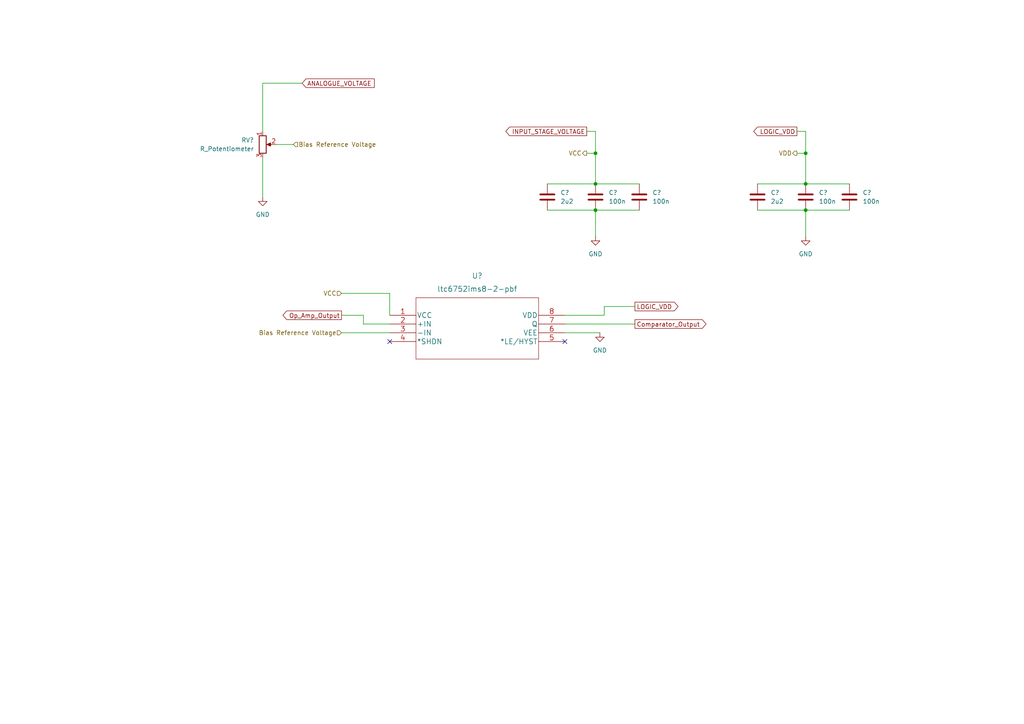
<source format=kicad_sch>
(kicad_sch (version 20211123) (generator eeschema)
  (paper "A4")
  (lib_symbols
    (symbol "Comparator:ltc6752ims8-2-pbf" (pin_names (offset 0.254))
      (property "Reference" "U" (at 25.4 10.16 0))
      (property "Value" "ltc6752ims8-2-pbf" (at 25.4 7.62 0))
      (symbol "ltc6752ims8-2-pbf_1_1"
        (polyline (pts (xy 7.62 -12.7) (xy 43.18 -12.7)) (stroke (width 0.127)))
        (polyline (pts (xy 7.62 5.08) (xy 7.62 -12.7)) (stroke (width 0.127)))
        (polyline (pts (xy 43.18 -12.7) (xy 43.18 5.08)) (stroke (width 0.127)))
        (polyline (pts (xy 43.18 5.08) (xy 7.62 5.08)) (stroke (width 0.127)))
        (pin power_in line (at 0 0 0) (length 7.62) (name "VCC") (number "1"))
        (pin input line (at 0 -2.54 0) (length 7.62) (name "+IN") (number "2"))
        (pin input line (at 0 -5.08 0) (length 7.62) (name "-IN") (number "3"))
        (pin unspecified line (at 0 -7.62 0) (length 7.62) (name "*SHDN") (number "4"))
        (pin unspecified line (at 50.8 -7.62 180) (length 7.62) (name "*LE/HYST") (number "5"))
        (pin power_in line (at 50.8 -5.08 180) (length 7.62) (name "VEE") (number "6"))
        (pin output line (at 50.8 -2.54 180) (length 7.62) (name "Q") (number "7"))
        (pin power_in line (at 50.8 0 180) (length 7.62) (name "VDD") (number "8"))
      )
    )
    (symbol "Device:C" (pin_numbers hide) (pin_names (offset 0.254))
      (property "Reference" "C" (at 0.635 2.54 0))
      (property "Value" "C" (at 0.635 -2.54 0))
      (symbol "C_0_1"
        (polyline (pts (xy -2.032 -0.762) (xy 2.032 -0.762)) (stroke (width 0.508)))
        (polyline (pts (xy -2.032 0.762) (xy 2.032 0.762)) (stroke (width 0.508)))
      )
      (symbol "C_1_1"
        (pin passive line (at 0 3.81 270) (length 2.794) (name "~") (number "1"))
        (pin passive line (at 0 -3.81 90) (length 2.794) (name "~") (number "2"))
      )
    )
    (symbol "Device:R_Potentiometer" (pin_names (offset 1.016) hide)
      (property "Reference" "RV" (at -4.445 0 90))
      (property "Value" "R_Potentiometer" (at -2.54 0 90))
      (symbol "R_Potentiometer_0_1"
        (polyline (pts (xy 2.54 0) (xy 1.524 0)))
        (polyline (pts (xy 1.143 0) (xy 2.286 0.508) (xy 2.286 -0.508) (xy 1.143 0)) (fill (type outline)))
        (rectangle (start 1.016 2.54) (end -1.016 -2.54) (stroke (width 0.254)))
      )
      (symbol "R_Potentiometer_1_1"
        (pin passive line (at 0 3.81 270) (length 1.27) (name "1") (number "1"))
        (pin passive line (at 3.81 0 180) (length 1.27) (name "2") (number "2"))
        (pin passive line (at 0 -3.81 90) (length 1.27) (name "3") (number "3"))
      )
    )
    (symbol "power:GND" (power) (pin_names (offset 0))
      (property "Value" "GND" (at 0 -3.81 0))
      (symbol "GND_0_1"
        (polyline (pts (xy 0 0) (xy 0 -1.27) (xy 1.27 -1.27) (xy 0 -2.54) (xy -1.27 -1.27) (xy 0 -1.27)))
      )
      (symbol "GND_1_1"
        (pin power_in line (at 0 0 270) (length 0) hide (name "GND") (number "1"))
      )
    )
  )
  (junction (at 172.72 53.34))
  (junction (at 172.72 44.45))
  (junction (at 233.68 53.34))
  (junction (at 233.68 60.96))
  (junction (at 172.72 60.96))
  (junction (at 233.68 44.45))
  (no_connect (at 113.03 99.06))
  (no_connect (at 163.83 99.06))
  (wire (pts (xy 233.68 60.96) (xy 246.38 60.96)))
  (wire (pts (xy 172.72 44.45) (xy 172.72 53.34)))
  (wire (pts (xy 170.18 38.1) (xy 172.72 38.1)))
  (wire (pts (xy 76.2 45.72) (xy 76.2 57.15)))
  (wire (pts (xy 233.68 60.96) (xy 233.68 68.58)))
  (wire (pts (xy 170.18 44.45) (xy 172.72 44.45)))
  (wire (pts (xy 172.72 38.1) (xy 172.72 44.45)))
  (wire (pts (xy 76.2 24.13) (xy 76.2 38.1)))
  (wire (pts (xy 231.14 38.1) (xy 233.68 38.1)))
  (wire (pts (xy 163.83 96.52) (xy 173.99 96.52)))
  (wire (pts (xy 175.26 88.9) (xy 184.15 88.9)))
  (wire (pts (xy 105.41 91.44) (xy 99.06 91.44)))
  (wire (pts (xy 87.63 24.13) (xy 76.2 24.13)))
  (wire (pts (xy 158.75 53.34) (xy 172.72 53.34)))
  (wire (pts (xy 113.03 93.98) (xy 105.41 93.98)))
  (wire (pts (xy 99.06 96.52) (xy 113.03 96.52)))
  (wire (pts (xy 233.68 38.1) (xy 233.68 44.45)))
  (wire (pts (xy 219.71 60.96) (xy 233.68 60.96)))
  (wire (pts (xy 172.72 60.96) (xy 172.72 68.58)))
  (wire (pts (xy 163.83 91.44) (xy 175.26 91.44)))
  (wire (pts (xy 163.83 93.98) (xy 184.15 93.98)))
  (wire (pts (xy 175.26 91.44) (xy 175.26 88.9)))
  (wire (pts (xy 99.06 85.09) (xy 113.03 85.09)))
  (wire (pts (xy 172.72 53.34) (xy 185.42 53.34)))
  (wire (pts (xy 233.68 44.45) (xy 233.68 53.34)))
  (wire (pts (xy 105.41 93.98) (xy 105.41 91.44)))
  (wire (pts (xy 113.03 91.44) (xy 113.03 85.09)))
  (wire (pts (xy 172.72 60.96) (xy 185.42 60.96)))
  (wire (pts (xy 85.09 41.91) (xy 80.01 41.91)))
  (wire (pts (xy 231.14 44.45) (xy 233.68 44.45)))
  (wire (pts (xy 233.68 53.34) (xy 246.38 53.34)))
  (wire (pts (xy 158.75 60.96) (xy 172.72 60.96)))
  (wire (pts (xy 219.71 53.34) (xy 233.68 53.34)))
  (global_label "Op_Amp_Output" (shape output) (at 99.06 91.44 180) (property "Intersheet References" "${INTERSHEET_REFS}" (effects hide)))
  (global_label "INPUT_STAGE_VOLTAGE" (shape output) (at 170.18 38.1 180) (property "Intersheet References" "${INTERSHEET_REFS}" (effects hide)))
  (global_label "LOGIC_VDD" (shape output) (at 184.15 88.9 0) (property "Intersheet References" "${INTERSHEET_REFS}" (effects hide)))
  (global_label "Comparator_Output" (shape output) (at 184.15 93.98 0) (property "Intersheet References" "${INTERSHEET_REFS}" (effects hide)))
  (global_label "ANALOGUE_VOLTAGE" (shape input) (at 87.63 24.13 0) (property "Intersheet References" "${INTERSHEET_REFS}" (effects hide)))
  (global_label "LOGIC_VDD" (shape output) (at 231.14 38.1 180) (property "Intersheet References" "${INTERSHEET_REFS}" (effects hide)))
  (hierarchical_label "Bias Reference Voltage" (shape input) (at 99.06 96.52 180))
  (hierarchical_label "VCC" (shape input) (at 99.06 85.09 180))
  (hierarchical_label "Bias Reference Voltage" (shape input) (at 85.09 41.91 0))
  (hierarchical_label "VDD" (shape output) (at 231.14 44.45 180))
  (hierarchical_label "VCC" (shape output) (at 170.18 44.45 180))
  (symbol (lib_id "power:GND") (at 76.2 57.15 0) (unit 1)
    (property "Reference" "#PWR?" (effects hide))
    (property "Value" "GND" (at 76.2 62.23 0))
  )
  (symbol (lib_id "power:GND") (at 173.99 96.52 0) (unit 1)
    (property "Reference" "#PWR?" (effects hide))
    (property "Value" "GND" (at 173.99 101.6 0))
  )
  (symbol (lib_id "power:GND") (at 172.72 68.58 0) (unit 1)
    (property "Reference" "#PWR?" (effects hide))
    (property "Value" "GND" (at 172.72 73.66 0))
  )
  (symbol (lib_id "Device:C") (at 158.75 57.15 0) (unit 1)
    (property "Reference" "C?" (at 162.56 55.8799 0) (effects (justify left)))
    (property "Value" "2u2" (at 162.56 58.4199 0) (effects (justify left)))
  )
  (symbol (lib_id "Comparator:ltc6752ims8-2-pbf") (at 113.03 91.44 0) (unit 1)
    (property "Reference" "U?" (at 138.43 80.01 0) (effects (font (size 1.524 1.524))))
    (property "Value" "ltc6752ims8-2-pbf" (at 138.43 83.82 0) (effects (font (size 1.524 1.524))))
    (property "Footprint" "MSOP-8_MS" (effects hide))
  )
  (symbol (lib_id "Device:R_Potentiometer") (at 76.2 41.91 0) (unit 1)
    (property "Reference" "RV?" (at 73.66 40.6399 0) (effects (justify right)))
    (property "Value" "R_Potentiometer" (at 73.66 43.1799 0) (effects (justify right)))
  )
  (symbol (lib_id "Device:C") (at 172.72 57.15 0) (unit 1)
    (property "Reference" "C?" (at 176.53 55.8799 0) (effects (justify left)))
    (property "Value" "100n" (at 176.53 58.4199 0) (effects (justify left)))
  )
  (symbol (lib_id "Device:C") (at 233.68 57.15 0) (unit 1)
    (property "Reference" "C?" (at 237.49 55.8799 0) (effects (justify left)))
    (property "Value" "100n" (at 237.49 58.4199 0) (effects (justify left)))
  )
  (symbol (lib_id "Device:C") (at 246.38 57.15 0) (unit 1)
    (property "Reference" "C?" (at 250.19 55.8799 0) (effects (justify left)))
    (property "Value" "100n" (at 250.19 58.4199 0) (effects (justify left)))
  )
  (symbol (lib_id "power:GND") (at 233.68 68.58 0) (unit 1)
    (property "Reference" "#PWR?" (effects hide))
    (property "Value" "GND" (at 233.68 73.66 0))
  )
  (symbol (lib_id "Device:C") (at 185.42 57.15 0) (unit 1)
    (property "Reference" "C?" (at 189.23 55.8799 0) (effects (justify left)))
    (property "Value" "100n" (at 189.23 58.4199 0) (effects (justify left)))
  )
  (symbol (lib_id "Device:C") (at 219.71 57.15 0) (unit 1)
    (property "Reference" "C?" (at 223.52 55.8799 0) (effects (justify left)))
    (property "Value" "2u2" (at 223.52 58.4199 0) (effects (justify left)))
  )
)
</source>
